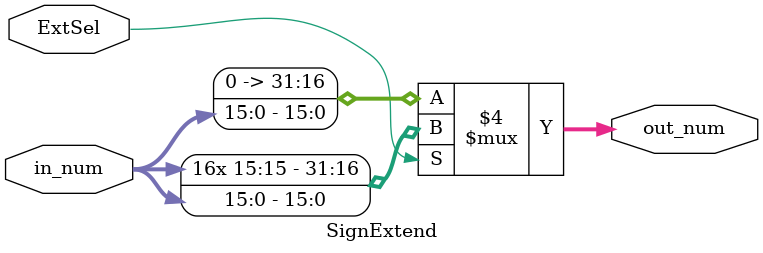
<source format=v>
`timescale 1ns / 1ps
module SignExtend(in_num, ExtSel, out_num);
	input wire [15:0] in_num;
	input wire  ExtSel;
	output reg [31:0] out_num;
	
	initial begin
		out_num = 0;
	end
	
	always @(in_num or ExtSel) begin
		if (ExtSel)
			out_num = {{16{in_num[15]}}, in_num[15:0]};
		else
			out_num = {{16{1'b0}}, in_num[15:0]};
	end

endmodule

</source>
